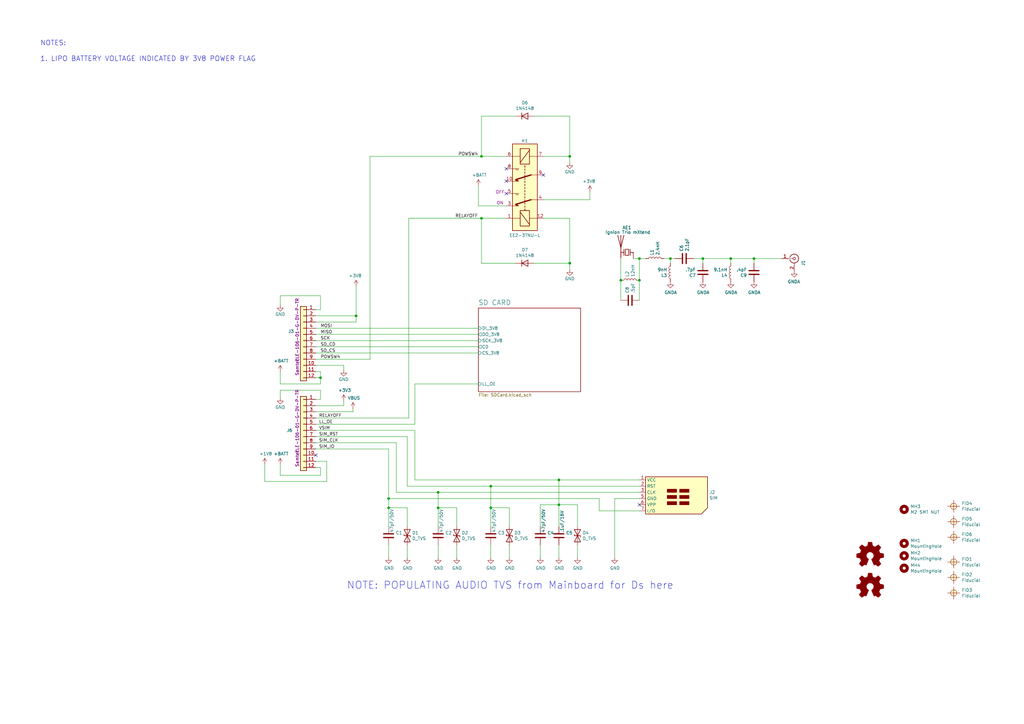
<source format=kicad_sch>
(kicad_sch (version 20211123) (generator eeschema)
  (paper "A3")
  (title_block (title "4G ROTARY CELLPHONE DAUGHTERBOARD") (company "J. Haupt") (comment 1 "Sky's Edge"))
  (lib_symbols
    (symbol "Connector:Conn_Coaxial" (pin_names (offset 1.016) hide)
      (property "Reference" "J" (at 0.254 3.048 0))
      (property "Value" "Conn_Coaxial" (at 2.921 0 90))
      (symbol "Conn_Coaxial_0_1"
        (arc (start -1.778 -0.508) (mid 0.222 -1.808) (end 1.778 0) (stroke (width 0.254)))
        (polyline (pts (xy -2.54 0) (xy -0.508 0)))
        (polyline (pts (xy 0 -2.54) (xy 0 -1.778)))
        (circle (center 0 0) (radius 0.508) (stroke (width 0.2032)))
        (arc (start 1.778 0) (mid 0.222 1.8083) (end -1.778 0.508) (stroke (width 0.254)))
      )
      (symbol "Conn_Coaxial_1_1"
        (pin passive line (at -5.08 0 0) (length 2.54) (name "In") (number "1"))
        (pin passive line (at 0 -5.08 90) (length 2.54) (name "Ext") (number "2"))
      )
    )
    (symbol "Connector:SIM_Card"
      (property "Reference" "J" (at -2.54 12.7 0))
      (property "Value" "SIM_Card" (at -1.27 10.16 0))
      (symbol "SIM_Card_0_1"
        (rectangle (start -1.27 -2.54) (end 2.54 -1.27) (stroke (width 0.254)) (fill (type outline)))
        (rectangle (start -1.27 0) (end 2.54 1.27) (stroke (width 0.254)) (fill (type outline)))
        (rectangle (start -1.27 2.54) (end 2.54 3.81) (stroke (width 0.254)) (fill (type outline)))
        (polyline (pts (xy -10.16 8.89) (xy 15.24 8.89) (xy 15.24 -3.81) (xy 12.7 -6.35) (xy -10.16 -6.35) (xy -10.16 8.89)) (stroke (width 0.254)) (fill (type background)))
        (rectangle (start 3.81 -1.27) (end 7.62 -2.54) (stroke (width 0.254)) (fill (type outline)))
        (rectangle (start 3.81 0) (end 7.62 1.27) (stroke (width 0.254)) (fill (type outline)))
        (rectangle (start 3.81 2.54) (end 7.62 3.81) (stroke (width 0.254)) (fill (type outline)))
      )
      (symbol "SIM_Card_1_1"
        (pin power_in line (at -12.7 7.62 0) (length 2.54) (name "VCC") (number "1"))
        (pin input line (at -12.7 5.08 0) (length 2.54) (name "RST") (number "2"))
        (pin input line (at -12.7 2.54 0) (length 2.54) (name "CLK") (number "3"))
        (pin power_in line (at -12.7 0 0) (length 2.54) (name "GND") (number "5"))
        (pin input line (at -12.7 -2.54 0) (length 2.54) (name "VPP") (number "6"))
        (pin bidirectional line (at -12.7 -5.08 0) (length 2.54) (name "I/O") (number "7"))
      )
    )
    (symbol "Connector_Generic:Conn_01x12" (pin_names (offset 1.016) hide)
      (property "Reference" "J" (at 0 15.24 0))
      (property "Value" "Conn_01x12" (at 0 -17.78 0))
      (symbol "Conn_01x12_1_1"
        (rectangle (start -1.27 -15.113) (end 0 -15.367) (stroke (width 0.1524)))
        (rectangle (start -1.27 -12.573) (end 0 -12.827) (stroke (width 0.1524)))
        (rectangle (start -1.27 -10.033) (end 0 -10.287) (stroke (width 0.1524)))
        (rectangle (start -1.27 -7.493) (end 0 -7.747) (stroke (width 0.1524)))
        (rectangle (start -1.27 -4.953) (end 0 -5.207) (stroke (width 0.1524)))
        (rectangle (start -1.27 -2.413) (end 0 -2.667) (stroke (width 0.1524)))
        (rectangle (start -1.27 0.127) (end 0 -0.127) (stroke (width 0.1524)))
        (rectangle (start -1.27 2.667) (end 0 2.413) (stroke (width 0.1524)))
        (rectangle (start -1.27 5.207) (end 0 4.953) (stroke (width 0.1524)))
        (rectangle (start -1.27 7.747) (end 0 7.493) (stroke (width 0.1524)))
        (rectangle (start -1.27 10.287) (end 0 10.033) (stroke (width 0.1524)))
        (rectangle (start -1.27 12.827) (end 0 12.573) (stroke (width 0.1524)))
        (rectangle (start -1.27 13.97) (end 1.27 -16.51) (stroke (width 0.254)) (fill (type background)))
        (pin passive line (at -5.08 12.7 0) (length 3.81) (name "Pin_1") (number "1"))
        (pin passive line (at -5.08 -10.16 0) (length 3.81) (name "Pin_10") (number "10"))
        (pin passive line (at -5.08 -12.7 0) (length 3.81) (name "Pin_11") (number "11"))
        (pin passive line (at -5.08 -15.24 0) (length 3.81) (name "Pin_12") (number "12"))
        (pin passive line (at -5.08 10.16 0) (length 3.81) (name "Pin_2") (number "2"))
        (pin passive line (at -5.08 7.62 0) (length 3.81) (name "Pin_3") (number "3"))
        (pin passive line (at -5.08 5.08 0) (length 3.81) (name "Pin_4") (number "4"))
        (pin passive line (at -5.08 2.54 0) (length 3.81) (name "Pin_5") (number "5"))
        (pin passive line (at -5.08 0 0) (length 3.81) (name "Pin_6") (number "6"))
        (pin passive line (at -5.08 -2.54 0) (length 3.81) (name "Pin_7") (number "7"))
        (pin passive line (at -5.08 -5.08 0) (length 3.81) (name "Pin_8") (number "8"))
        (pin passive line (at -5.08 -7.62 0) (length 3.81) (name "Pin_9") (number "9"))
      )
    )
    (symbol "Device:Antenna_Chip" (pin_numbers hide) (pin_names (offset 1.016) hide)
      (property "Reference" "AE" (at 0 5.08 0))
      (property "Value" "Antenna_Chip" (at 0 3.175 0))
      (symbol "Antenna_Chip_0_1"
        (polyline (pts (xy -2.54 0) (xy -2.54 -0.635)) (stroke (width 0.254)))
        (polyline (pts (xy -2.54 0) (xy -1.27 0)) (stroke (width 0.254)))
        (polyline (pts (xy 1.27 0) (xy 2.54 0)) (stroke (width 0.254)))
        (polyline (pts (xy 1.27 1.27) (xy 1.27 -1.27)) (stroke (width 0.254)))
        (polyline (pts (xy 2.54 -0.635) (xy 2.54 0)))
        (polyline (pts (xy 2.54 6.985) (xy 2.54 -1.905)) (stroke (width 0.254)))
        (polyline (pts (xy -1.27 1.27) (xy -1.27 -1.27) (xy -1.27 0)) (stroke (width 0.254)))
        (polyline (pts (xy 3.81 6.985) (xy 2.54 1.905) (xy 1.27 6.985)) (stroke (width 0.254)))
        (polyline (pts (xy -0.635 1.27) (xy 0.635 1.27) (xy 0.635 -1.27) (xy -0.635 -1.27) (xy -0.635 1.27)) (stroke (width 0.254)))
      )
      (symbol "Antenna_Chip_1_1"
        (pin input line (at -2.54 -2.54 90) (length 2.54) (name "FEED") (number "1"))
        (pin passive line (at 2.54 -2.54 90) (length 2.54) (name "PCB_Trace") (number "2"))
      )
    )
    (symbol "Device:C" (pin_numbers hide) (pin_names (offset 0.254))
      (property "Reference" "C" (at 0.635 2.54 0))
      (property "Value" "C" (at 0.635 -2.54 0))
      (symbol "C_0_1"
        (polyline (pts (xy -2.032 -0.762) (xy 2.032 -0.762)) (stroke (width 0.508)))
        (polyline (pts (xy -2.032 0.762) (xy 2.032 0.762)) (stroke (width 0.508)))
      )
      (symbol "C_1_1"
        (pin passive line (at 0 3.81 270) (length 2.794) (name "~") (number "1"))
        (pin passive line (at 0 -3.81 90) (length 2.794) (name "~") (number "2"))
      )
    )
    (symbol "Device:D_TVS" (pin_numbers hide) (pin_names (offset 1.016) hide)
      (property "Reference" "D" (at 0 2.54 0))
      (property "Value" "D_TVS" (at 0 -2.54 0))
      (symbol "D_TVS_0_1"
        (polyline (pts (xy 1.27 0) (xy -1.27 0)))
        (polyline (pts (xy 0.508 1.27) (xy 0 1.27) (xy 0 -1.27) (xy -0.508 -1.27)) (stroke (width 0.254)))
        (polyline (pts (xy -2.54 1.27) (xy -2.54 -1.27) (xy 2.54 1.27) (xy 2.54 -1.27) (xy -2.54 1.27)) (stroke (width 0.254)))
      )
      (symbol "D_TVS_1_1"
        (pin passive line (at -3.81 0 0) (length 2.54) (name "A1") (number "1"))
        (pin passive line (at 3.81 0 180) (length 2.54) (name "A2") (number "2"))
      )
    )
    (symbol "Device:L" (pin_numbers hide) (pin_names (offset 1.016) hide)
      (property "Reference" "L" (at -1.27 0 90))
      (property "Value" "L" (at 1.905 0 90))
      (symbol "L_0_1"
        (arc (start 0 -2.54) (mid 0.635 -1.905) (end 0 -1.27))
        (arc (start 0 -1.27) (mid 0.635 -0.635) (end 0 0))
        (arc (start 0 0) (mid 0.635 0.635) (end 0 1.27))
        (arc (start 0 1.27) (mid 0.635 1.905) (end 0 2.54))
      )
      (symbol "L_1_1"
        (pin passive line (at 0 3.81 270) (length 1.27) (name "1") (number "1"))
        (pin passive line (at 0 -3.81 90) (length 1.27) (name "2") (number "2"))
      )
    )
    (symbol "Diode:1N4148" (pin_numbers hide) (pin_names (offset 1.016) hide)
      (property "Reference" "D" (at 0 2.54 0))
      (property "Value" "1N4148" (at 0 -2.54 0))
      (symbol "1N4148_0_1"
        (polyline (pts (xy -1.27 1.27) (xy -1.27 -1.27)) (stroke (width 0.254)))
        (polyline (pts (xy 1.27 0) (xy -1.27 0)))
        (polyline (pts (xy 1.27 1.27) (xy 1.27 -1.27) (xy -1.27 0) (xy 1.27 1.27)) (stroke (width 0.254)))
      )
      (symbol "1N4148_1_1"
        (pin passive line (at -3.81 0 0) (length 2.54) (name "K") (number "1"))
        (pin passive line (at 3.81 0 180) (length 2.54) (name "A") (number "2"))
      )
    )
    (symbol "Graphic:Logo_Open_Hardware_Small" (pin_names (offset 1.016))
      (symbol "Logo_Open_Hardware_Small_0_1"
        (polyline (pts (xy 3.3528 -4.3434) (xy 3.302 -4.318) (xy 3.175 -4.2418) (xy 2.9972 -4.1148) (xy 2.7686 -3.9624) (xy 2.54 -3.81) (xy 2.3622 -3.7084) (xy 2.2352 -3.6068) (xy 2.1844 -3.5814) (xy 2.159 -3.6068) (xy 2.0574 -3.6576) (xy 1.905 -3.7338) (xy 1.8034 -3.7846) (xy 1.6764 -3.8354) (xy 1.6002 -3.8354) (xy 1.6002 -3.8354) (xy 1.5494 -3.7338) (xy 1.4732 -3.5306) (xy 1.3462 -3.302) (xy 1.2446 -3.0226) (xy 1.1176 -2.7178) (xy 0.9652 -2.413) (xy 0.8636 -2.1082) (xy 0.7366 -1.8288) (xy 0.6604 -1.6256) (xy 0.6096 -1.4732) (xy 0.5842 -1.397) (xy 0.5842 -1.397) (xy 0.6604 -1.3208) (xy 0.7874 -1.2446) (xy 1.0414 -1.016) (xy 1.2954 -0.6858) (xy 1.4478 -0.3302) (xy 1.524 0.0762) (xy 1.4732 0.4572) (xy 1.3208 0.8128) (xy 1.0668 1.143) (xy 0.762 1.3716) (xy 0.4064 1.524) (xy 0 1.5748) (xy -0.381 1.5494) (xy -0.7366 1.397) (xy -1.0668 1.143) (xy -1.2192 0.9906) (xy -1.397 0.6604) (xy -1.524 0.3048) (xy -1.524 0.2286) (xy -1.4986 -0.1778) (xy -1.397 -0.5334) (xy -1.1938 -0.8636) (xy -0.9144 -1.143) (xy -0.8636 -1.1684) (xy -0.7366 -1.27) (xy -0.635 -1.3462) (xy -0.5842 -1.397) (xy -1.0668 -2.5908) (xy -1.143 -2.794) (xy -1.2954 -3.1242) (xy -1.397 -3.4036) (xy -1.4986 -3.6322) (xy -1.5748 -3.7846) (xy -1.6002 -3.8354) (xy -1.6002 -3.8354) (xy -1.651 -3.8354) (xy -1.7272 -3.81) (xy -1.905 -3.7338) (xy -2.0066 -3.683) (xy -2.1336 -3.6068) (xy -2.2098 -3.5814) (xy -2.2606 -3.6068) (xy -2.3622 -3.683) (xy -2.54 -3.81) (xy -2.7686 -3.9624) (xy -2.9718 -4.0894) (xy -3.1496 -4.2164) (xy -3.302 -4.318) (xy -3.3528 -4.3434) (xy -3.3782 -4.3434) (xy -3.429 -4.318) (xy -3.5306 -4.2164) (xy -3.7084 -4.064) (xy -3.937 -3.8354) (xy -3.9624 -3.81) (xy -4.1656 -3.6068) (xy -4.318 -3.4544) (xy -4.4196 -3.3274) (xy -4.445 -3.2766) (xy -4.445 -3.2766) (xy -4.4196 -3.2258) (xy -4.318 -3.0734) (xy -4.2164 -2.8956) (xy -4.064 -2.667) (xy -3.6576 -2.0828) (xy -3.8862 -1.5494) (xy -3.937 -1.3716) (xy -4.0386 -1.1684) (xy -4.0894 -1.0414) (xy -4.1148 -0.9652) (xy -4.191 -0.9398) (xy -4.318 -0.9144) (xy -4.5466 -0.8636) (xy -4.8006 -0.8128) (xy -5.0546 -0.7874) (xy -5.2578 -0.7366) (xy -5.4356 -0.7112) (xy -5.5118 -0.6858) (xy -5.5118 -0.6858) (xy -5.5372 -0.635) (xy -5.5372 -0.5588) (xy -5.5372 -0.4318) (xy -5.5626 -0.2286) (xy -5.5626 0.0762) (xy -5.5626 0.127) (xy -5.5372 0.4064) (xy -5.5372 0.635) (xy -5.5372 0.762) (xy -5.5372 0.8382) (xy -5.5372 0.8382) (xy -5.461 0.8382) (xy -5.3086 0.889) (xy -5.08 0.9144) (xy -4.826 0.9652) (xy -4.8006 0.9906) (xy -4.5466 1.0414) (xy -4.318 1.0668) (xy -4.1656 1.1176) (xy -4.0894 1.143) (xy -4.0894 1.143) (xy -4.0386 1.2446) (xy -3.9624 1.4224) (xy -3.8608 1.6256) (xy -3.7846 1.8288) (xy -3.7084 2.0066) (xy -3.6576 2.159) (xy -3.6322 2.2098) (xy -3.6322 2.2098) (xy -3.683 2.286) (xy -3.7592 2.413) (xy -3.8862 2.5908) (xy -4.064 2.8194) (xy -4.064 2.8448) (xy -4.2164 3.0734) (xy -4.3434 3.2512) (xy -4.4196 3.3782) (xy -4.445 3.4544) (xy -4.445 3.4544) (xy -4.3942 3.5052) (xy -4.2926 3.6322) (xy -4.1148 3.81) (xy -3.937 4.0132) (xy -3.8608 4.064) (xy -3.6576 4.2926) (xy -3.5052 4.4196) (xy -3.4036 4.4958) (xy -3.3528 4.5212) (xy -3.3528 4.5212) (xy -3.302 4.4704) (xy -3.1496 4.3688) (xy -2.9718 4.2418) (xy -2.7432 4.0894) (xy -2.7178 4.0894) (xy -2.4892 3.937) (xy -2.3114 3.81) (xy -2.1844 3.7084) (xy -2.1336 3.683) (xy -2.1082 3.683) (xy -2.032 3.7084) (xy -1.8542 3.7592) (xy -1.6764 3.8354) (xy -1.4732 3.937) (xy -1.27 4.0132) (xy -1.143 4.064) (xy -1.0668 4.1148) (xy -1.0668 4.1148) (xy -1.0414 4.191) (xy -1.016 4.3434) (xy -0.9652 4.572) (xy -0.9144 4.8514) (xy -0.889 4.9022) (xy -0.8382 5.1562) (xy -0.8128 5.3848) (xy -0.7874 5.5372) (xy -0.762 5.588) (xy -0.7112 5.6134) (xy -0.5842 5.6134) (xy -0.4064 5.6134) (xy -0.1524 5.6134) (xy 0.0762 5.6134) (xy 0.3302 5.6134) (xy 0.5334 5.6134) (xy 0.6858 5.588) (xy 0.7366 5.588) (xy 0.7366 5.588) (xy 0.762 5.5118) (xy 0.8128 5.334) (xy 0.8382 5.1054) (xy 0.9144 4.826) (xy 0.9144 4.7752) (xy 0.9652 4.5212) (xy 1.016 4.2926) (xy 1.0414 4.1402) (xy 1.0668 4.0894) (xy 1.0668 4.0894) (xy 1.1938 4.0386) (xy 1.3716 3.9624) (xy 1.5748 3.8608) (xy 2.0828 3.6576) (xy 2.7178 4.0894) (xy 2.7686 4.1402) (xy 2.9972 4.2926) (xy 3.175 4.4196) (xy 3.302 4.4958) (xy 3.3782 4.5212) (xy 3.3782 4.5212) (xy 3.429 4.4704) (xy 3.556 4.3434) (xy 3.7338 4.191) (xy 3.9116 3.9878) (xy 4.064 3.8354) (xy 4.2418 3.6576) (xy 4.3434 3.556) (xy 4.4196 3.4798) (xy 4.4196 3.429) (xy 4.4196 3.4036) (xy 4.3942 3.3274) (xy 4.2926 3.2004) (xy 4.1656 2.9972) (xy 4.0132 2.794) (xy 3.8862 2.5908) (xy 3.7592 2.3876) (xy 3.6576 2.2352) (xy 3.6322 2.159) (xy 3.6322 2.1336) (xy 3.683 2.0066) (xy 3.7592 1.8288) (xy 3.8608 1.6002) (xy 4.064 1.1176) (xy 4.3942 1.0414) (xy 4.5974 1.016) (xy 4.8768 0.9652) (xy 5.1308 0.9144) (xy 5.5372 0.8382) (xy 5.5626 -0.6604) (xy 5.4864 -0.6858) (xy 5.4356 -0.6858) (xy 5.2832 -0.7366) (xy 5.0546 -0.762) (xy 4.8006 -0.8128) (xy 4.5974 -0.8636) (xy 4.3688 -0.9144) (xy 4.2164 -0.9398) (xy 4.1402 -0.9398) (xy 4.1148 -0.9652) (xy 4.064 -1.0668) (xy 3.9878 -1.2446) (xy 3.9116 -1.4478) (xy 3.81 -1.651) (xy 3.7338 -1.8542) (xy 3.683 -2.0066) (xy 3.6576 -2.0828) (xy 3.683 -2.1336) (xy 3.7846 -2.2606) (xy 3.8862 -2.4638) (xy 4.0386 -2.667) (xy 4.191 -2.8956) (xy 4.318 -3.0734) (xy 4.3942 -3.2004) (xy 4.445 -3.2766) (xy 4.4196 -3.3274) (xy 4.3434 -3.429) (xy 4.1656 -3.5814) (xy 3.937 -3.8354) (xy 3.8862 -3.8608) (xy 3.683 -4.064) (xy 3.5306 -4.2164) (xy 3.4036 -4.318) (xy 3.3528 -4.3434)) (fill (type outline)))
      )
    )
    (symbol "Mechanical:MountingHole" (pin_names (offset 1.016))
      (property "Reference" "H" (at 0 5.08 0))
      (property "Value" "MountingHole" (at 0 3.175 0))
      (symbol "MountingHole_0_1"
        (circle (center 0 0) (radius 1.27) (stroke (width 1.27)))
      )
    )
    (symbol "MyLibrary:Fiducial" (pin_names (offset 1.016))
      (property "Reference" "FID" (at 0 -3.81 0))
      (property "Value" "MyLibrary_Fiducial" (at 0 3.81 0))
      (symbol "Fiducial_0_1"
        (polyline (pts (xy -2.54 0) (xy 2.54 0)))
        (polyline (pts (xy 0 -2.54) (xy 0 2.54)))
        (circle (center 0 0) (radius 1.27) (fill (type background)))
      )
    )
    (symbol "MyLibrary:RELAY_2COIL" (pin_names (offset 1.016))
      (property "Reference" "K" (at -17.78 6.35 0))
      (property "Value" "MyLibrary_RELAY_2COIL" (at 20.32 -6.35 0))
      (symbol "RELAY_2COIL_1_1"
        (rectangle (start -17.78 5.08) (end 17.78 -5.08) (stroke (width 0.254)) (fill (type background)))
        (rectangle (start -15.875 1.905) (end -9.525 -1.905) (stroke (width 0.254)))
        (polyline (pts (xy -15.24 -1.905) (xy -10.16 1.905)) (stroke (width 0.254)))
        (polyline (pts (xy -12.7 -5.08) (xy -12.7 -1.905)))
        (polyline (pts (xy -12.7 5.08) (xy -12.7 1.905)))
        (polyline (pts (xy -9.525 0) (xy -8.89 0)) (stroke (width 0.254)))
        (polyline (pts (xy -9.525 0) (xy -8.89 0)) (stroke (width 0.254)))
        (polyline (pts (xy -8.255 0) (xy -7.62 0)) (stroke (width 0.254)))
        (polyline (pts (xy -7.62 2.54) (xy -7.62 5.08)))
        (polyline (pts (xy -6.985 0) (xy -6.35 0)) (stroke (width 0.254)))
        (polyline (pts (xy -5.715 0) (xy -5.08 0)) (stroke (width 0.254)))
        (polyline (pts (xy -5.08 -2.54) (xy -6.985 3.81)) (stroke (width 0.508)))
        (polyline (pts (xy -5.08 -2.54) (xy -5.08 -5.08)))
        (polyline (pts (xy -4.445 0) (xy -3.81 0)) (stroke (width 0.254)))
        (polyline (pts (xy -3.175 0) (xy -2.54 0)) (stroke (width 0.254)))
        (polyline (pts (xy -2.54 2.54) (xy -2.54 5.08)))
        (polyline (pts (xy -1.905 0) (xy -1.27 0)) (stroke (width 0.254)))
        (polyline (pts (xy -0.635 0) (xy 0 0)) (stroke (width 0.254)))
        (polyline (pts (xy 0.635 0) (xy 1.27 0)) (stroke (width 0.254)))
        (polyline (pts (xy 1.905 0) (xy 2.54 0)) (stroke (width 0.254)))
        (polyline (pts (xy 2.54 2.54) (xy 2.54 5.08)))
        (polyline (pts (xy 3.175 0) (xy 3.81 0)) (stroke (width 0.254)))
        (polyline (pts (xy 4.445 0) (xy 5.08 0)) (stroke (width 0.254)))
        (polyline (pts (xy 5.08 -2.54) (xy 3.175 3.81)) (stroke (width 0.508)))
        (polyline (pts (xy 5.08 -2.54) (xy 5.08 -5.08)))
        (polyline (pts (xy 5.715 0) (xy 6.35 0)) (stroke (width 0.254)))
        (polyline (pts (xy 6.985 0) (xy 7.62 0)) (stroke (width 0.254)))
        (polyline (pts (xy 7.62 2.54) (xy 7.62 5.08)))
        (polyline (pts (xy 8.255 0) (xy 8.89 0)) (stroke (width 0.254)))
        (polyline (pts (xy 8.255 0) (xy 8.89 0)) (stroke (width 0.254)))
        (polyline (pts (xy 12.7 -5.08) (xy 12.7 -1.905)))
        (polyline (pts (xy 12.7 5.08) (xy 12.7 1.905)))
        (polyline (pts (xy 15.24 -1.905) (xy 10.16 1.905)) (stroke (width 0.254)))
        (polyline (pts (xy -7.62 2.54) (xy -6.985 3.175) (xy -7.62 3.81)) (fill (type outline)))
        (polyline (pts (xy -2.54 2.54) (xy -3.175 3.175) (xy -2.54 3.81)))
        (polyline (pts (xy 2.54 2.54) (xy 3.175 3.175) (xy 2.54 3.81)) (fill (type outline)))
        (polyline (pts (xy 7.62 2.54) (xy 6.985 3.175) (xy 7.62 3.81)))
        (rectangle (start 15.875 1.905) (end 9.525 -1.905) (stroke (width 0.254)))
        (pin passive line (at -12.7 7.62 270) (length 2.54) (name "~") (number "1"))
        (pin passive line (at 2.54 7.62 270) (length 2.54) (name "~") (number "10"))
        (pin passive line (at -12.7 -7.62 90) (length 2.54) (name "~") (number "12"))
        (pin passive line (at -7.62 7.62 270) (length 2.54) (name "~") (number "3"))
        (pin passive line (at -5.08 -7.62 90) (length 2.54) (name "~") (number "4"))
        (pin passive line (at -2.54 7.62 270) (length 2.54) (name "~") (number "5"))
        (pin passive line (at 12.7 7.62 270) (length 2.54) (name "~") (number "6"))
        (pin passive line (at 12.7 -7.62 90) (length 2.54) (name "~") (number "7"))
        (pin passive line (at 7.62 7.62 270) (length 2.54) (name "~") (number "8"))
        (pin passive line (at 5.08 -7.62 90) (length 2.54) (name "~") (number "9"))
      )
    )
    (symbol "power:+1V8" (power) (pin_names (offset 0))
      (property "Value" "+1V8" (at 0 3.556 0))
      (symbol "+1V8_0_1"
        (polyline (pts (xy -0.762 1.27) (xy 0 2.54)))
        (polyline (pts (xy 0 0) (xy 0 2.54)))
        (polyline (pts (xy 0 2.54) (xy 0.762 1.27)))
      )
      (symbol "+1V8_1_1"
        (pin power_in line (at 0 0 90) (length 0) hide (name "+1V8") (number "1"))
      )
    )
    (symbol "power:+3V3" (power) (pin_names (offset 0))
      (property "Value" "+3V3" (at 0 3.556 0))
      (symbol "+3V3_0_1"
        (polyline (pts (xy -0.762 1.27) (xy 0 2.54)))
        (polyline (pts (xy 0 0) (xy 0 2.54)))
        (polyline (pts (xy 0 2.54) (xy 0.762 1.27)))
      )
      (symbol "+3V3_1_1"
        (pin power_in line (at 0 0 90) (length 0) hide (name "+3V3") (number "1"))
      )
    )
    (symbol "power:+3V8" (power) (pin_names (offset 0))
      (property "Value" "+3V8" (at 0 3.556 0))
      (symbol "+3V8_0_1"
        (polyline (pts (xy -0.762 1.27) (xy 0 2.54)))
        (polyline (pts (xy 0 0) (xy 0 2.54)))
        (polyline (pts (xy 0 2.54) (xy 0.762 1.27)))
      )
      (symbol "+3V8_1_1"
        (pin power_in line (at 0 0 90) (length 0) hide (name "+3V8") (number "1"))
      )
    )
    (symbol "power:+BATT" (power) (pin_names (offset 0))
      (property "Value" "+BATT" (at 0 3.556 0))
      (symbol "+BATT_0_1"
        (polyline (pts (xy -0.762 1.27) (xy 0 2.54)))
        (polyline (pts (xy 0 0) (xy 0 2.54)))
        (polyline (pts (xy 0 2.54) (xy 0.762 1.27)))
      )
      (symbol "+BATT_1_1"
        (pin power_in line (at 0 0 90) (length 0) hide (name "+BATT") (number "1"))
      )
    )
    (symbol "power:GND" (power) (pin_names (offset 0))
      (property "Value" "GND" (at 0 -3.81 0))
      (symbol "GND_0_1"
        (polyline (pts (xy 0 0) (xy 0 -1.27) (xy 1.27 -1.27) (xy 0 -2.54) (xy -1.27 -1.27) (xy 0 -1.27)))
      )
      (symbol "GND_1_1"
        (pin power_in line (at 0 0 270) (length 0) hide (name "GND") (number "1"))
      )
    )
    (symbol "power:GNDA" (power) (pin_names (offset 0))
      (property "Value" "GNDA" (at 0 -3.81 0))
      (symbol "GNDA_0_1"
        (polyline (pts (xy 0 0) (xy 0 -1.27) (xy 1.27 -1.27) (xy 0 -2.54) (xy -1.27 -1.27) (xy 0 -1.27)))
      )
      (symbol "GNDA_1_1"
        (pin power_in line (at 0 0 270) (length 0) hide (name "GNDA") (number "1"))
      )
    )
    (symbol "power:VBUS" (power) (pin_names (offset 0))
      (property "Value" "VBUS" (at 0 3.81 0))
      (symbol "VBUS_0_1"
        (polyline (pts (xy -0.762 1.27) (xy 0 2.54)))
        (polyline (pts (xy 0 0) (xy 0 2.54)))
        (polyline (pts (xy 0 2.54) (xy 0.762 1.27)))
      )
      (symbol "VBUS_1_1"
        (pin power_in line (at 0 0 90) (length 0) hide (name "VBUS") (number "1"))
      )
    )
  )
  (junction (at 201.295 208.28))
  (junction (at 233.68 64.135))
  (junction (at 254.635 114.935))
  (junction (at 179.705 201.93))
  (junction (at 233.68 107.95))
  (junction (at 229.235 196.85))
  (junction (at 197.485 89.535))
  (junction (at 159.385 208.28))
  (junction (at 309.245 106.045))
  (junction (at 131.445 154.94))
  (junction (at 262.255 114.935))
  (junction (at 274.955 106.045))
  (junction (at 201.295 199.39))
  (junction (at 229.235 207.01))
  (junction (at 197.485 64.135))
  (junction (at 179.705 208.28))
  (junction (at 146.05 129.54))
  (junction (at 159.385 204.47))
  (junction (at 262.255 106.045))
  (junction (at 288.29 106.045))
  (junction (at 299.72 106.045))
  (no_connect (at 207.645 69.215))
  (no_connect (at 207.645 74.295))
  (no_connect (at 207.645 79.375))
  (no_connect (at 222.885 71.755))
  (no_connect (at 129.54 186.69))
  (no_connect (at 262.255 207.01))
  (wire (pts (xy 197.485 64.135) (xy 197.485 47.625)))
  (wire (pts (xy 262.255 204.47) (xy 252.095 204.47)))
  (wire (pts (xy 133.985 189.23) (xy 133.985 197.485)))
  (wire (pts (xy 201.295 208.28) (xy 201.295 199.39)))
  (wire (pts (xy 144.78 168.91) (xy 129.54 168.91)))
  (wire (pts (xy 229.235 196.85) (xy 170.18 196.85)))
  (wire (pts (xy 129.54 132.08) (xy 146.05 132.08)))
  (wire (pts (xy 133.985 197.485) (xy 108.585 197.485)))
  (wire (pts (xy 179.705 215.9) (xy 179.705 208.28)))
  (wire (pts (xy 229.235 196.85) (xy 262.255 196.85)))
  (wire (pts (xy 170.18 196.85) (xy 170.18 176.53)))
  (wire (pts (xy 146.05 132.08) (xy 146.05 129.54)))
  (wire (pts (xy 129.54 144.78) (xy 196.215 144.78)))
  (wire (pts (xy 131.445 163.83) (xy 131.445 160.02)))
  (wire (pts (xy 201.295 215.9) (xy 201.295 208.28)))
  (wire (pts (xy 167.005 199.39) (xy 201.295 199.39)))
  (wire (pts (xy 236.855 215.9) (xy 236.855 207.01)))
  (wire (pts (xy 146.05 117.475) (xy 146.05 129.54)))
  (wire (pts (xy 201.295 199.39) (xy 262.255 199.39)))
  (wire (pts (xy 201.295 223.52) (xy 201.295 228.6)))
  (wire (pts (xy 233.68 64.135) (xy 222.885 64.135)))
  (wire (pts (xy 114.935 160.02) (xy 114.935 163.195)))
  (wire (pts (xy 151.765 64.135) (xy 197.485 64.135)))
  (wire (pts (xy 236.855 228.6) (xy 236.855 223.52)))
  (wire (pts (xy 187.325 208.28) (xy 179.705 208.28)))
  (wire (pts (xy 179.705 208.28) (xy 179.705 201.93)))
  (wire (pts (xy 245.745 204.47) (xy 245.745 209.55)))
  (wire (pts (xy 211.455 107.95) (xy 197.485 107.95)))
  (wire (pts (xy 274.955 107.95) (xy 274.955 106.045)))
  (wire (pts (xy 254.635 114.935) (xy 254.635 123.19)))
  (wire (pts (xy 167.64 89.535) (xy 197.485 89.535)))
  (wire (pts (xy 129.54 179.07) (xy 167.005 179.07)))
  (wire (pts (xy 236.855 207.01) (xy 229.235 207.01)))
  (wire (pts (xy 131.445 154.94) (xy 131.445 157.48)))
  (wire (pts (xy 129.54 163.83) (xy 131.445 163.83)))
  (wire (pts (xy 146.05 129.54) (xy 129.54 129.54)))
  (wire (pts (xy 241.935 81.915) (xy 241.935 78.74)))
  (wire (pts (xy 129.54 152.4) (xy 131.445 152.4)))
  (wire (pts (xy 197.485 47.625) (xy 211.455 47.625)))
  (wire (pts (xy 129.54 166.37) (xy 140.97 166.37)))
  (wire (pts (xy 229.235 215.9) (xy 229.235 207.01)))
  (wire (pts (xy 151.765 147.32) (xy 151.765 64.135)))
  (wire (pts (xy 108.585 197.485) (xy 108.585 190.5)))
  (wire (pts (xy 233.68 66.675) (xy 233.68 64.135)))
  (wire (pts (xy 129.54 149.86) (xy 140.97 149.86)))
  (wire (pts (xy 196.215 84.455) (xy 207.645 84.455)))
  (wire (pts (xy 129.54 184.15) (xy 159.385 184.15)))
  (wire (pts (xy 179.705 223.52) (xy 179.705 228.6)))
  (wire (pts (xy 170.18 173.99) (xy 170.18 157.48)))
  (wire (pts (xy 229.235 207.01) (xy 221.615 207.01)))
  (wire (pts (xy 288.29 106.045) (xy 288.29 107.95)))
  (wire (pts (xy 219.075 47.625) (xy 233.68 47.625)))
  (wire (pts (xy 129.54 189.23) (xy 133.985 189.23)))
  (wire (pts (xy 140.97 164.465) (xy 140.97 166.37)))
  (wire (pts (xy 262.255 106.045) (xy 264.795 106.045)))
  (wire (pts (xy 114.935 190.5) (xy 114.935 194.945)))
  (wire (pts (xy 208.915 215.9) (xy 208.915 208.28)))
  (wire (pts (xy 254.635 106.045) (xy 254.635 114.935)))
  (wire (pts (xy 167.005 215.9) (xy 167.005 208.28)))
  (wire (pts (xy 233.68 47.625) (xy 233.68 64.135)))
  (wire (pts (xy 259.715 106.045) (xy 262.255 106.045)))
  (wire (pts (xy 170.18 173.99) (xy 129.54 173.99)))
  (wire (pts (xy 167.64 171.45) (xy 167.64 89.535)))
  (wire (pts (xy 245.745 209.55) (xy 262.255 209.55)))
  (wire (pts (xy 197.485 107.95) (xy 197.485 89.535)))
  (wire (pts (xy 114.935 125.095) (xy 114.935 121.285)))
  (wire (pts (xy 262.255 114.935) (xy 262.255 106.045)))
  (wire (pts (xy 262.255 114.935) (xy 262.255 123.19)))
  (wire (pts (xy 159.385 184.15) (xy 159.385 204.47)))
  (wire (pts (xy 159.385 215.9) (xy 159.385 208.28)))
  (wire (pts (xy 222.885 81.915) (xy 241.935 81.915)))
  (wire (pts (xy 309.245 106.045) (xy 320.675 106.045)))
  (wire (pts (xy 114.935 121.285) (xy 131.445 121.285)))
  (wire (pts (xy 221.615 207.01) (xy 221.615 215.9)))
  (wire (pts (xy 131.445 194.945) (xy 131.445 191.77)))
  (wire (pts (xy 159.385 208.28) (xy 159.385 204.47)))
  (wire (pts (xy 196.215 76.2) (xy 196.215 84.455)))
  (wire (pts (xy 274.955 106.045) (xy 276.86 106.045)))
  (wire (pts (xy 208.915 223.52) (xy 208.915 228.6)))
  (wire (pts (xy 162.56 201.93) (xy 179.705 201.93)))
  (wire (pts (xy 207.645 64.135) (xy 197.485 64.135)))
  (wire (pts (xy 140.97 151.765) (xy 140.97 149.86)))
  (wire (pts (xy 129.54 171.45) (xy 167.64 171.45)))
  (wire (pts (xy 309.245 107.95) (xy 309.245 106.045)))
  (wire (pts (xy 222.885 89.535) (xy 233.68 89.535)))
  (wire (pts (xy 129.54 127) (xy 131.445 127)))
  (wire (pts (xy 272.415 106.045) (xy 274.955 106.045)))
  (wire (pts (xy 162.56 181.61) (xy 162.56 201.93)))
  (wire (pts (xy 229.235 223.52) (xy 229.235 228.6)))
  (wire (pts (xy 167.005 179.07) (xy 167.005 199.39)))
  (wire (pts (xy 221.615 223.52) (xy 221.615 228.6)))
  (wire (pts (xy 129.54 147.32) (xy 151.765 147.32)))
  (wire (pts (xy 114.935 157.48) (xy 114.935 152.4)))
  (wire (pts (xy 229.235 207.01) (xy 229.235 196.85)))
  (wire (pts (xy 129.54 137.16) (xy 196.215 137.16)))
  (wire (pts (xy 299.72 106.045) (xy 288.29 106.045)))
  (wire (pts (xy 284.48 106.045) (xy 288.29 106.045)))
  (wire (pts (xy 233.68 107.95) (xy 233.68 89.535)))
  (wire (pts (xy 252.095 204.47) (xy 252.095 228.6)))
  (wire (pts (xy 131.445 157.48) (xy 114.935 157.48)))
  (wire (pts (xy 129.54 142.24) (xy 196.215 142.24)))
  (wire (pts (xy 129.54 191.77) (xy 131.445 191.77)))
  (wire (pts (xy 219.075 107.95) (xy 233.68 107.95)))
  (wire (pts (xy 159.385 204.47) (xy 245.745 204.47)))
  (wire (pts (xy 131.445 127) (xy 131.445 121.285)))
  (wire (pts (xy 170.18 176.53) (xy 129.54 176.53)))
  (wire (pts (xy 129.54 134.62) (xy 196.215 134.62)))
  (wire (pts (xy 299.72 106.045) (xy 299.72 107.95)))
  (wire (pts (xy 309.245 106.045) (xy 299.72 106.045)))
  (wire (pts (xy 159.385 223.52) (xy 159.385 228.6)))
  (wire (pts (xy 167.005 208.28) (xy 159.385 208.28)))
  (wire (pts (xy 208.915 208.28) (xy 201.295 208.28)))
  (wire (pts (xy 129.54 154.94) (xy 131.445 154.94)))
  (wire (pts (xy 170.18 157.48) (xy 196.215 157.48)))
  (wire (pts (xy 114.935 194.945) (xy 131.445 194.945)))
  (wire (pts (xy 207.645 89.535) (xy 197.485 89.535)))
  (wire (pts (xy 233.68 110.49) (xy 233.68 107.95)))
  (wire (pts (xy 167.005 223.52) (xy 167.005 228.6)))
  (wire (pts (xy 187.325 223.52) (xy 187.325 228.6)))
  (wire (pts (xy 131.445 160.02) (xy 114.935 160.02)))
  (wire (pts (xy 187.325 215.9) (xy 187.325 208.28)))
  (wire (pts (xy 129.54 139.7) (xy 196.215 139.7)))
  (wire (pts (xy 144.78 167.64) (xy 144.78 168.91)))
  (wire (pts (xy 129.54 181.61) (xy 162.56 181.61)))
  (wire (pts (xy 131.445 152.4) (xy 131.445 154.94)))
  (wire (pts (xy 179.705 201.93) (xy 262.255 201.93)))
  (text "NOTES:\n\n1. LIPO BATTERY VOLTAGE INDICATED BY 3V8 POWER FLAG" (at 16.51 25.4 0) (effects (font (size 2.0066 2.0066)) (justify left bottom)))
  (text "NOTE: POPULATING AUDIO TVS from Mainboard for Ds here" (at 142.24 241.935 0) (effects (font (size 3 3)) (justify left bottom)))
  (label "SIM_CLK" (at 130.81 181.61 0))
  (label "RELAYOFF" (at 130.81 171.45 0))
  (label "SIM_IO" (at 130.81 184.15 0))
  (label "LL_OE" (at 130.81 173.99 0))
  (label "SIM_RST" (at 130.81 179.07 0))
  (label "SCK" (at 131.445 139.7 0))
  (label "SD_CS" (at 131.445 144.78 0))
  (label "VSIM" (at 130.81 176.53 0))
  (label "RELAYOFF" (at 186.69 89.535 0))
  (label "SD_CD" (at 131.445 142.24 0))
  (label "MOSI" (at 131.445 134.62 0))
  (label "POWSW4" (at 187.96 64.135 0))
  (label "MISO" (at 131.445 137.16 0))
  (label "POWSW4" (at 131.445 147.32 0))
  (symbol (lib_id "Mechanical:MountingHole") (at 370.84 233.045 0) (unit 1)
    (property "Reference" "MH4" (at 373.38 231.8766 0) (effects (justify left)))
    (property "Value" "MountingHole" (at 373.38 234.188 0) (effects (justify left)))
    (property "Footprint" "MountingHole:MountingHole_2.2mm_M2" (effects hide))
  )
  (symbol (lib_id "MyLibrary:Fiducial") (at 391.16 207.645 0) (unit 1)
    (property "Reference" "FID4" (at 394.4112 206.4766 0) (effects (justify left)))
    (property "Value" "Fiducial" (at 394.4112 208.788 0) (effects (justify left)))
    (property "Footprint" "Fiducial:Fiducial_0.75mm_Dia_1.5mm_Outer" (effects hide))
  )
  (symbol (lib_id "MyLibrary:Fiducial") (at 391.16 213.995 0) (unit 1)
    (property "Reference" "FID5" (at 394.4112 212.8266 0) (effects (justify left)))
    (property "Value" "Fiducial" (at 394.4112 215.138 0) (effects (justify left)))
    (property "Footprint" "Fiducial:Fiducial_0.75mm_Dia_1.5mm_Outer" (effects hide))
  )
  (symbol (lib_id "MyLibrary:Fiducial") (at 391.16 220.345 0) (unit 1)
    (property "Reference" "FID6" (at 394.4112 219.1766 0) (effects (justify left)))
    (property "Value" "Fiducial" (at 394.4112 221.488 0) (effects (justify left)))
    (property "Footprint" "Fiducial:Fiducial_0.75mm_Dia_1.5mm_Outer" (effects hide))
  )
  (symbol (lib_id "Graphic:Logo_Open_Hardware_Small") (at 356.87 227.965 0) (unit 1)
    (property "Reference" "LOGO1" (effects hide))
    (property "Value" "Logo1" (effects hide))
    (property "Footprint" "MyFootprints:SkysEdge_18mm" (effects hide))
  )
  (symbol (lib_id "Graphic:Logo_Open_Hardware_Small") (at 356.87 240.665 0) (unit 1)
    (property "Reference" "LOGO2" (effects hide))
    (property "Value" "Logo2" (effects hide))
    (property "Footprint" "MyFootprints:SkysEdge_18mm" (effects hide))
  )
  (symbol (lib_id "MyLibrary:Fiducial") (at 391.16 236.855 0) (unit 1)
    (property "Reference" "FID2" (at 394.4112 235.6866 0) (effects (justify left)))
    (property "Value" "Fiducial" (at 394.4112 237.998 0) (effects (justify left)))
    (property "Footprint" "Fiducial:Fiducial_0.75mm_Dia_1.5mm_Outer" (effects hide))
  )
  (symbol (lib_id "MyLibrary:Fiducial") (at 391.16 230.505 0) (unit 1)
    (property "Reference" "FID1" (at 394.4112 229.3366 0) (effects (justify left)))
    (property "Value" "Fiducial" (at 394.4112 231.648 0) (effects (justify left)))
    (property "Footprint" "Fiducial:Fiducial_0.75mm_Dia_1.5mm_Outer" (effects hide))
  )
  (symbol (lib_id "MyLibrary:Fiducial") (at 391.16 243.205 0) (unit 1)
    (property "Reference" "FID3" (at 394.4112 242.0366 0) (effects (justify left)))
    (property "Value" "Fiducial" (at 394.4112 244.348 0) (effects (justify left)))
    (property "Footprint" "Fiducial:Fiducial_0.75mm_Dia_1.5mm_Outer" (effects hide))
  )
  (symbol (lib_id "Connector_Generic:Conn_01x12") (at 124.46 139.7 0) (mirror y) (unit 1)
    (property "Reference" "J3" (at 119.38 135.89 0))
    (property "Value" "Conn_01x12" (effects hide))
    (property "Footprint" "MyFootprints:Samtec_2x6HeaderSocket_FLE-106-01-G-DV" (effects hide))
    (property "Mfg. Name" "Samtec" (at 121.92 150.495 90))
    (property "Mfg. Part No." "FLE-106-01-G-DV-P-TR" (at 121.92 135.255 90))
  )
  (symbol (lib_id "Connector_Generic:Conn_01x12") (at 124.46 176.53 0) (mirror y) (unit 1)
    (property "Reference" "J6" (at 118.745 176.53 0))
    (property "Value" "Conn_01x12" (effects hide))
    (property "Footprint" "MyFootprints:Samtec_2x6HeaderSocket_FLE-106-01-G-DV" (effects hide))
    (property "Mfg. Name" "Samtec" (at 121.92 187.96 90))
    (property "Mfg. Part No." "FLE-106-01-G-DV-P-TR" (at 121.92 172.72 90))
  )
  (symbol (lib_id "Connector:SIM_Card") (at 274.955 204.47 0) (unit 1)
    (property "Reference" "J2" (at 290.9316 201.93 0) (effects (justify left)))
    (property "Value" "SIM" (at 290.9316 204.2414 0) (effects (justify left)))
    (property "Footprint" "MyFootprints:SIMHolder_Amph7111S2015X02LF" (effects hide))
    (property "Mfg. Name" "JAE" (effects hide))
    (property "Mfg. Part No." "SF7W006S1AR1000" (effects hide))
    (property "2nd Chc. Mfg. Name" "AVX Corp." (effects hide))
    (property "2nd Chc. Part No." "009162006301150" (effects hide))
  )
  (symbol (lib_id "power:GND") (at 252.095 228.6 0) (unit 1)
    (property "Reference" "#PWR0105" (effects hide))
    (property "Value" "GND" (at 252.222 232.9942 0))
  )
  (symbol (lib_id "Device:C") (at 159.385 219.71 0) (unit 1)
    (property "Reference" "C1" (at 162.306 218.5416 0) (effects (justify left)))
    (property "Value" "47pF/50V" (at 160.655 218.44 90) (effects (justify left)))
    (property "Footprint" "Capacitor_SMD:C_0603_1608Metric" (effects hide))
    (property "Mfg. Name" "Murata" (effects hide))
    (property "Mfg. Part No." "GRM1555C1H470JA01D" (effects hide))
  )
  (symbol (lib_id "Device:C") (at 229.235 219.71 0) (unit 1)
    (property "Reference" "C5" (at 232.156 218.5416 0) (effects (justify left)))
    (property "Value" ".1uF/16V" (at 230.505 218.44 90) (effects (justify left)))
    (property "Footprint" "Capacitor_SMD:C_0603_1608Metric" (effects hide))
    (property "Mfg. Name" "Kemet" (effects hide))
    (property "Mfg. Part No." "C0402C104K4RACTU" (effects hide))
  )
  (symbol (lib_id "Device:D_TVS") (at 167.005 219.71 270) (unit 1)
    (property "Reference" "D1" (at 169.0116 218.5416 90) (effects (justify left)))
    (property "Value" "D_TVS" (at 169.0116 220.853 90) (effects (justify left)))
    (property "Footprint" "Diode_SMD:D_0603_1608Metric" (effects hide))
    (property "Mfg. Name" "Littelfuse" (effects hide))
    (property "Mfg. Part No." "PESD0402-140" (effects hide))
  )
  (symbol (lib_id "Device:D_TVS") (at 187.325 219.71 270) (unit 1)
    (property "Reference" "D2" (at 189.3316 218.5416 90) (effects (justify left)))
    (property "Value" "D_TVS" (at 189.3316 220.853 90) (effects (justify left)))
    (property "Footprint" "Diode_SMD:D_0603_1608Metric" (effects hide))
    (property "Mfg. Name" "Littelfuse" (effects hide))
    (property "Mfg. Part No." "PESD0402-140" (effects hide))
  )
  (symbol (lib_id "Device:D_TVS") (at 208.915 219.71 270) (unit 1)
    (property "Reference" "D3" (at 210.9216 218.5416 90) (effects (justify left)))
    (property "Value" "D_TVS" (at 210.9216 220.853 90) (effects (justify left)))
    (property "Footprint" "Diode_SMD:D_0603_1608Metric" (effects hide))
    (property "Mfg. Name" "Littelfuse" (effects hide))
    (property "Mfg. Part No." "PESD0402-140" (effects hide))
  )
  (symbol (lib_id "Device:D_TVS") (at 236.855 219.71 270) (unit 1)
    (property "Reference" "D4" (at 238.8616 218.5416 90) (effects (justify left)))
    (property "Value" "D_TVS" (at 238.8616 220.853 90) (effects (justify left)))
    (property "Footprint" "Diode_SMD:D_0603_1608Metric" (effects hide))
    (property "Mfg. Name" "Littelfuse" (effects hide))
    (property "Mfg. Part No." "PESD0402-140" (effects hide))
  )
  (symbol (lib_id "power:GND") (at 236.855 228.6 0) (unit 1)
    (property "Reference" "#PWR0106" (effects hide))
    (property "Value" "GND" (at 236.982 232.9942 0))
  )
  (symbol (lib_id "power:GND") (at 229.235 228.6 0) (unit 1)
    (property "Reference" "#PWR0107" (effects hide))
    (property "Value" "GND" (at 229.362 232.9942 0))
  )
  (symbol (lib_id "power:GND") (at 221.615 228.6 0) (unit 1)
    (property "Reference" "#PWR0108" (effects hide))
    (property "Value" "GND" (at 221.742 232.9942 0))
  )
  (symbol (lib_id "power:GND") (at 208.915 228.6 0) (unit 1)
    (property "Reference" "#PWR0109" (effects hide))
    (property "Value" "GND" (at 209.042 232.9942 0))
  )
  (symbol (lib_id "power:GND") (at 201.295 228.6 0) (unit 1)
    (property "Reference" "#PWR0110" (effects hide))
    (property "Value" "GND" (at 201.422 232.9942 0))
  )
  (symbol (lib_id "power:GND") (at 187.325 228.6 0) (unit 1)
    (property "Reference" "#PWR0111" (effects hide))
    (property "Value" "GND" (at 187.452 232.9942 0))
  )
  (symbol (lib_id "power:GND") (at 179.705 228.6 0) (unit 1)
    (property "Reference" "#PWR0112" (effects hide))
    (property "Value" "GND" (at 179.832 232.9942 0))
  )
  (symbol (lib_id "power:GND") (at 167.005 228.6 0) (unit 1)
    (property "Reference" "#PWR0113" (effects hide))
    (property "Value" "GND" (at 167.132 232.9942 0))
  )
  (symbol (lib_id "power:GND") (at 159.385 228.6 0) (unit 1)
    (property "Reference" "#PWR0114" (effects hide))
    (property "Value" "GND" (at 159.512 232.9942 0))
  )
  (symbol (lib_id "Device:C") (at 179.705 219.71 0) (unit 1)
    (property "Reference" "C2" (at 182.626 218.5416 0) (effects (justify left)))
    (property "Value" "47pF/50V" (at 180.975 218.44 90) (effects (justify left)))
    (property "Footprint" "Capacitor_SMD:C_0603_1608Metric" (effects hide))
    (property "Mfg. Name" "Murata" (effects hide))
    (property "Mfg. Part No." "GRM1555C1H470JA01D" (effects hide))
  )
  (symbol (lib_id "Device:C") (at 201.295 219.71 0) (unit 1)
    (property "Reference" "C3" (at 204.216 218.5416 0) (effects (justify left)))
    (property "Value" "47pF/50V" (at 202.565 218.44 90) (effects (justify left)))
    (property "Footprint" "Capacitor_SMD:C_0603_1608Metric" (effects hide))
    (property "Mfg. Name" "Murata" (effects hide))
    (property "Mfg. Part No." "GRM1555C1H470JA01D" (effects hide))
  )
  (symbol (lib_id "Device:C") (at 221.615 219.71 0) (unit 1)
    (property "Reference" "C4" (at 224.536 218.5416 0) (effects (justify left)))
    (property "Value" "47pF/50V" (at 222.885 218.44 90) (effects (justify left)))
    (property "Footprint" "Capacitor_SMD:C_0603_1608Metric" (effects hide))
    (property "Mfg. Name" "Murata" (effects hide))
    (property "Mfg. Part No." "GRM1555C1H470JA01D" (effects hide))
  )
  (symbol (lib_id "power:+3V8") (at 146.05 117.475 0) (mirror y) (unit 1)
    (property "Reference" "#PWR0102" (effects hide))
    (property "Value" "+3V8" (at 145.669 113.0808 0))
  )
  (symbol (lib_id "power:GND") (at 114.935 163.195 0) (mirror y) (unit 1)
    (property "Reference" "#PWR0104" (effects hide))
    (property "Value" "GND" (at 114.935 167.005 0))
  )
  (symbol (lib_id "power:VBUS") (at 144.78 167.64 0) (unit 1)
    (property "Reference" "#PWR0118" (effects hide))
    (property "Value" "VBUS" (at 145.161 163.2458 0))
  )
  (symbol (lib_id "Mechanical:MountingHole") (at 370.84 208.915 0) (unit 1)
    (property "Reference" "MH3" (at 373.38 207.7466 0) (effects (justify left)))
    (property "Value" "M2 SMT NUT" (at 373.38 210.058 0) (effects (justify left)))
    (property "Footprint" "MyFootprints:SMTSO-M2-3ET" (effects hide))
  )
  (symbol (lib_id "Mechanical:MountingHole") (at 370.84 227.965 0) (unit 1)
    (property "Reference" "MH2" (at 373.38 226.7966 0) (effects (justify left)))
    (property "Value" "MountingHole" (at 373.38 229.108 0) (effects (justify left)))
    (property "Footprint" "MountingHole:MountingHole_2.2mm_M2" (effects hide))
  )
  (symbol (lib_id "Mechanical:MountingHole") (at 370.84 222.885 0) (unit 1)
    (property "Reference" "MH1" (at 373.38 221.7166 0) (effects (justify left)))
    (property "Value" "MountingHole" (at 373.38 224.028 0) (effects (justify left)))
    (property "Footprint" "MountingHole:MountingHole_2.2mm_M2" (effects hide))
  )
  (symbol (lib_id "MyLibrary:RELAY_2COIL") (at 215.265 76.835 90) (unit 1)
    (property "Reference" "K1" (at 215.265 57.785 90))
    (property "Value" "EE2-3TNU-L" (at 215.265 96.52 90))
    (property "Footprint" "MyFootprints:Relay_Kemet_EE2-3TNU" (effects hide))
    (property "Mfg. Name" "Kemet" (effects hide))
    (property "Mfg. Part No." "EE2-3TNU " (effects hide))
    (property "Note" "ON" (at 205.105 83.185 90))
    (property "Note" "OFF" (at 205.105 78.74 90))
  )
  (symbol (lib_id "Diode:1N4148") (at 215.265 107.95 0) (unit 1)
    (property "Reference" "D7" (at 215.265 102.4636 0))
    (property "Value" "1N4148" (at 215.265 104.775 0))
    (property "Footprint" "Diode_SMD:D_SOD-123" (effects hide))
    (property "Datasheet" "http://www.nxp.com/documents/data_sheet/1N4148_1N4448.pdf" (effects hide))
    (property "Mfg. Name" "Diodes Incorporated" (effects hide))
    (property "Mfg. Part No." " 1N4148W-13-F" (effects hide))
  )
  (symbol (lib_id "Diode:1N4148") (at 215.265 47.625 0) (unit 1)
    (property "Reference" "D6" (at 215.265 42.1386 0))
    (property "Value" "1N4148" (at 215.265 44.45 0))
    (property "Footprint" "Diode_SMD:D_SOD-123" (effects hide))
    (property "Datasheet" "http://www.nxp.com/documents/data_sheet/1N4148_1N4448.pdf" (effects hide))
    (property "Mfg. Name" "Diodes Incorporated" (effects hide))
    (property "Mfg. Part No." " 1N4148W-13-F" (effects hide))
  )
  (symbol (lib_id "power:GND") (at 233.68 110.49 0) (mirror y) (unit 1)
    (property "Reference" "#PWR0103" (effects hide))
    (property "Value" "GND" (at 233.68 114.3 0))
  )
  (symbol (lib_id "power:+3V8") (at 241.935 78.74 0) (mirror y) (unit 1)
    (property "Reference" "#PWR0115" (effects hide))
    (property "Value" "+3V8" (at 241.554 74.3458 0))
  )
  (symbol (lib_id "power:GND") (at 233.68 66.675 0) (mirror y) (unit 1)
    (property "Reference" "#PWR0116" (effects hide))
    (property "Value" "GND" (at 233.68 70.485 0))
  )
  (symbol (lib_id "power:GND") (at 140.97 151.765 0) (mirror y) (unit 1)
    (property "Reference" "#PWR0120" (effects hide))
    (property "Value" "GND" (at 140.97 155.575 0))
  )
  (symbol (lib_id "power:GND") (at 114.935 125.095 0) (mirror y) (unit 1)
    (property "Reference" "#PWR0121" (effects hide))
    (property "Value" "GND" (at 114.935 128.905 0))
  )
  (symbol (lib_id "power:+BATT") (at 114.935 152.4 0) (unit 1)
    (property "Reference" "#PWR0122" (effects hide))
    (property "Value" "+BATT" (at 115.316 148.0058 0))
  )
  (symbol (lib_id "power:+BATT") (at 196.215 76.2 0) (unit 1)
    (property "Reference" "#PWR0123" (effects hide))
    (property "Value" "+BATT" (at 196.596 71.8058 0))
  )
  (symbol (lib_id "power:+BATT") (at 114.935 190.5 0) (unit 1)
    (property "Reference" "#PWR0124" (effects hide))
    (property "Value" "+BATT" (at 115.316 186.1058 0))
  )
  (symbol (lib_id "power:+3V3") (at 140.97 164.465 0) (unit 1)
    (property "Reference" "#PWR0119" (effects hide))
    (property "Value" "+3V3" (at 141.351 160.0708 0))
  )
  (symbol (lib_id "Device:L") (at 258.445 114.935 90) (unit 1)
    (property "Reference" "L2" (at 257.2766 113.5888 0) (effects (justify left)))
    (property "Value" "12nH" (at 259.588 113.5888 0) (effects (justify left)))
    (property "Footprint" "Inductor_SMD:L_0603_1608Metric" (effects hide))
    (property "Mfg. Part No." "LQW18AN12NG10" (effects hide))
    (property "Mfg. Name" "Murata" (effects hide))
  )
  (symbol (lib_id "Connector:Conn_Coaxial") (at 325.755 106.045 0) (unit 1)
    (property "Reference" "J1" (at 329.438 107.8484 90))
    (property "Value" "Conn_Coaxial" (effects hide))
    (property "Footprint" "MyFootprints:U.FL_Molex_MCRF_73412-0110_Vertical" (effects hide))
    (property "Datasheet" " ~" (effects hide))
    (property "Mfg. Name" "Molex" (effects hide))
    (property "Mfg. Part No." "0734120110" (effects hide))
  )
  (symbol (lib_id "power:GNDA") (at 309.245 115.57 0) (unit 1)
    (property "Reference" "#PWR0126" (effects hide))
    (property "Value" "GNDA" (at 309.372 119.9642 0))
  )
  (symbol (lib_id "power:GNDA") (at 325.755 111.125 0) (mirror y) (unit 1)
    (property "Reference" "#PWR0127" (effects hide))
    (property "Value" "GNDA" (at 325.628 115.5192 0))
  )
  (symbol (lib_id "power:GNDA") (at 299.72 115.57 0) (unit 1)
    (property "Reference" "#PWR0128" (effects hide))
    (property "Value" "GNDA" (at 299.847 119.9642 0))
  )
  (symbol (lib_id "power:+1V8") (at 108.585 190.5 0) (unit 1)
    (property "Reference" "#PWR0101" (effects hide))
    (property "Value" "+1V8" (at 108.966 186.1058 0))
  )
  (symbol (lib_id "Device:C") (at 258.445 123.19 90) (unit 1)
    (property "Reference" "C8" (at 257.2766 120.269 0) (effects (justify left)))
    (property "Value" ".5pF" (at 259.588 120.269 0) (effects (justify left)))
    (property "Footprint" "Capacitor_SMD:C_0402_1005Metric" (effects hide))
    (property "Mfg. Name" "Murata" (effects hide))
    (property "Mfg. Part No." "GJM1555C1HR50WB01" (effects hide))
  )
  (symbol (lib_id "Device:L") (at 268.605 106.045 90) (unit 1)
    (property "Reference" "L1" (at 267.4366 104.6988 0) (effects (justify left)))
    (property "Value" "2.4nH" (at 269.748 104.6988 0) (effects (justify left)))
    (property "Footprint" "Inductor_SMD:L_0603_1608Metric" (effects hide))
    (property "Mfg. Part No." "LQW18AN2N4C80" (effects hide))
    (property "Mfg. Name" "Murata" (effects hide))
  )
  (symbol (lib_id "Device:L") (at 274.955 111.76 180) (unit 1)
    (property "Reference" "L3" (at 273.6088 112.9284 0) (effects (justify left)))
    (property "Value" "9nH" (at 273.6088 110.617 0) (effects (justify left)))
    (property "Footprint" "Inductor_SMD:L_0402_1005Metric" (effects hide))
    (property "Mfg. Part No." "LQW15AN9N0G80" (effects hide))
    (property "Mfg. Name" "Murata" (effects hide))
  )
  (symbol (lib_id "Device:C") (at 309.245 111.76 180) (unit 1)
    (property "Reference" "C9" (at 306.324 112.9284 0) (effects (justify left)))
    (property "Value" ".4pF" (at 306.324 110.617 0) (effects (justify left)))
    (property "Footprint" "Capacitor_SMD:C_0402_1005Metric" (effects hide))
    (property "Mfg. Name" "Murata" (effects hide))
    (property "Mfg. Part No." "GJM1555C1HR40WB01" (effects hide))
  )
  (symbol (lib_id "Device:L") (at 299.72 111.76 180) (unit 1)
    (property "Reference" "L4" (at 298.3738 112.9284 0) (effects (justify left)))
    (property "Value" "9.1nH" (at 298.3738 110.617 0) (effects (justify left)))
    (property "Footprint" "Inductor_SMD:L_0603_1608Metric" (effects hide))
    (property "Mfg. Part No." "LQW18AN9N1G80" (effects hide))
    (property "Mfg. Name" "Murata" (effects hide))
  )
  (symbol (lib_id "Device:C") (at 288.29 111.76 180) (unit 1)
    (property "Reference" "C7" (at 285.369 112.9284 0) (effects (justify left)))
    (property "Value" ".7pF" (at 285.369 110.617 0) (effects (justify left)))
    (property "Footprint" "Capacitor_SMD:C_0402_1005Metric" (effects hide))
    (property "Mfg. Name" "Murata" (effects hide))
    (property "Mfg. Part No." "GJM1555C1HR70WB01" (effects hide))
  )
  (symbol (lib_id "power:GNDA") (at 288.29 115.57 0) (unit 1)
    (property "Reference" "#PWR0117" (effects hide))
    (property "Value" "GNDA" (at 288.417 119.9642 0))
  )
  (symbol (lib_id "Device:Antenna_Chip") (at 257.175 103.505 0) (mirror y) (unit 1)
    (property "Reference" "AE1" (at 255.27 93.345 0) (effects (justify right)))
    (property "Value" "Ignion Trio mXtend" (at 248.285 95.25 0) (effects (justify right)))
    (property "Footprint" "MyFootprints:Antenna_Ignion_TriomXtend_NN03-310" (effects hide))
    (property "Mfg. Name" "Ignion" (effects hide))
    (property "Mfg. Part No." "NN03-310" (effects hide))
  )
  (symbol (lib_id "power:GNDA") (at 274.955 115.57 0) (unit 1)
    (property "Reference" "#PWR0125" (effects hide))
    (property "Value" "GNDA" (at 275.082 119.9642 0))
  )
  (symbol (lib_id "Device:C") (at 280.67 106.045 90) (unit 1)
    (property "Reference" "C6" (at 279.5016 103.124 0) (effects (justify left)))
    (property "Value" "2.1pF" (at 281.813 103.124 0) (effects (justify left)))
    (property "Footprint" "Capacitor_SMD:C_0402_1005Metric" (effects hide))
    (property "Mfg. Name" "Murata" (effects hide))
    (property "Mfg. Part No." "GJM1555C1H2R1WB01" (effects hide))
  )
  (sheet (at 196.215 126.365) (size 41.91 34.29)
    (property "Sheet name" "SD CARD" (at 196.215 125.2851 0) (effects (font (size 2.0066 2.0066)) (justify left bottom)))
    (property "Sheet file" "SDCard.kicad_sch" (at 196.215 161.2396 0) (effects (justify left top)))
    (pin "CS_3V8" input (at 196.215 144.78 180))
    (pin "DI_3V8" input (at 196.215 134.62 180))
    (pin "DO_3V8" output (at 196.215 137.16 180))
    (pin "LL_OE" input (at 196.215 157.48 180))
    (pin "CD" output (at 196.215 142.24 180))
    (pin "SCK_3V8" input (at 196.215 139.7 180))
  )
)
</source>
